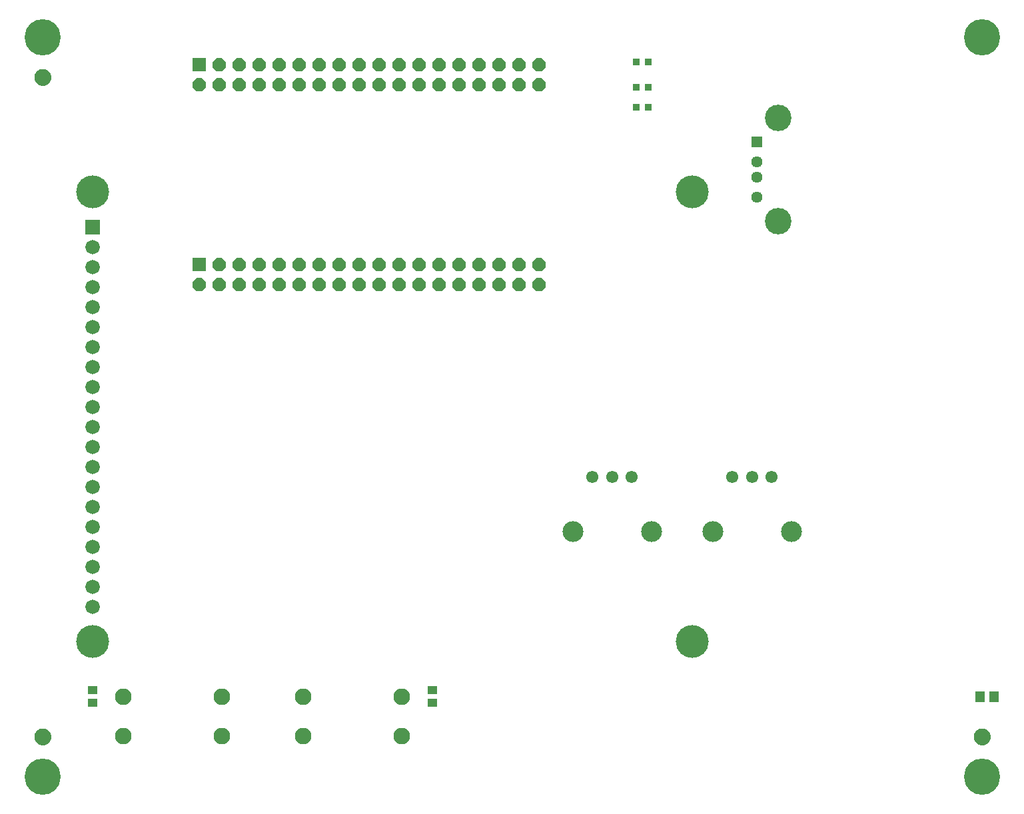
<source format=gbr>
G04 EAGLE Gerber RS-274X export*
G75*
%MOMM*%
%FSLAX34Y34*%
%LPD*%
%INSoldermask Top*%
%IPPOS*%
%AMOC8*
5,1,8,0,0,1.08239X$1,22.5*%
G01*
%ADD10R,1.676400X1.676400*%
%ADD11P,1.814519X8X22.500000*%
%ADD12R,0.952400X0.952400*%
%ADD13C,1.552400*%
%ADD14C,2.652400*%
%ADD15C,2.112400*%
%ADD16R,1.828800X1.828800*%
%ADD17C,1.828800*%
%ADD18C,4.168400*%
%ADD19R,1.183641X1.102359*%
%ADD20R,1.440400X1.440400*%
%ADD21C,1.440400*%
%ADD22C,3.372400*%
%ADD23C,4.597400*%
%ADD24C,0.609600*%
%ADD25C,1.168400*%
%ADD26R,1.295400X1.422400*%


D10*
X236900Y942600D03*
D11*
X236900Y917200D03*
X262300Y942600D03*
X262300Y917200D03*
X287700Y942600D03*
X287700Y917200D03*
X313100Y942600D03*
X313100Y917200D03*
X338500Y942600D03*
X338500Y917200D03*
X363900Y942600D03*
X363900Y917200D03*
X389300Y942600D03*
X389300Y917200D03*
X414700Y942600D03*
X414700Y917200D03*
X440100Y942600D03*
X440100Y917200D03*
X465500Y942600D03*
X465500Y917200D03*
X490900Y942600D03*
X490900Y917200D03*
X516300Y942600D03*
X516300Y917200D03*
X541700Y942600D03*
X541700Y917200D03*
X567100Y942600D03*
X567100Y917200D03*
X592500Y942600D03*
X592500Y917200D03*
X617900Y942600D03*
X617900Y917200D03*
X643300Y942600D03*
X643300Y917200D03*
X668700Y942600D03*
X668700Y917200D03*
D10*
X236900Y688600D03*
D11*
X236900Y663200D03*
X262300Y688600D03*
X262300Y663200D03*
X287700Y688600D03*
X287700Y663200D03*
X313100Y688600D03*
X313100Y663200D03*
X338500Y688600D03*
X338500Y663200D03*
X363900Y688600D03*
X363900Y663200D03*
X389300Y688600D03*
X389300Y663200D03*
X414700Y688600D03*
X414700Y663200D03*
X440100Y688600D03*
X440100Y663200D03*
X465500Y688600D03*
X465500Y663200D03*
X490900Y688600D03*
X490900Y663200D03*
X516300Y688600D03*
X516300Y663200D03*
X541700Y688600D03*
X541700Y663200D03*
X567100Y688600D03*
X567100Y663200D03*
X592500Y688600D03*
X592500Y663200D03*
X617900Y688600D03*
X617900Y663200D03*
X643300Y688600D03*
X643300Y663200D03*
X668700Y688600D03*
X668700Y663200D03*
D12*
X792600Y946150D03*
X807600Y946150D03*
X792600Y914400D03*
X807600Y914400D03*
X792600Y889000D03*
X807600Y889000D03*
D13*
X787000Y419100D03*
X762000Y419100D03*
X737000Y419100D03*
D14*
X812000Y349100D03*
X712000Y349100D03*
D13*
X914800Y419100D03*
X939800Y419100D03*
X964800Y419100D03*
D14*
X889800Y349100D03*
X989800Y349100D03*
D15*
X265700Y139300D03*
X265700Y89300D03*
X140700Y89300D03*
X140700Y139300D03*
X494300Y139300D03*
X494300Y89300D03*
X369300Y89300D03*
X369300Y139300D03*
D16*
X101600Y736600D03*
D17*
X101600Y711200D03*
X101600Y685800D03*
X101600Y660400D03*
X101600Y635000D03*
X101600Y609600D03*
X101600Y584200D03*
X101600Y558800D03*
X101600Y533400D03*
X101600Y508000D03*
X101600Y482600D03*
X101600Y457200D03*
X101600Y431800D03*
X101600Y406400D03*
X101600Y381000D03*
X101600Y355600D03*
X101600Y330200D03*
X101600Y304800D03*
X101600Y279400D03*
X101600Y254000D03*
D18*
X101600Y781050D03*
X101600Y209550D03*
X863600Y781050D03*
X863600Y209550D03*
D19*
X101600Y131699D03*
X101600Y147701D03*
X533400Y131699D03*
X533400Y147701D03*
D20*
X946150Y844550D03*
D21*
X946150Y819550D03*
X946150Y799550D03*
X946150Y774550D03*
D22*
X973250Y875250D03*
X973250Y743850D03*
D23*
X38100Y38100D03*
X38100Y977900D03*
D24*
X30480Y88900D02*
X30482Y89087D01*
X30489Y89274D01*
X30501Y89461D01*
X30517Y89647D01*
X30537Y89833D01*
X30562Y90018D01*
X30592Y90203D01*
X30626Y90387D01*
X30665Y90570D01*
X30708Y90752D01*
X30756Y90932D01*
X30808Y91112D01*
X30865Y91290D01*
X30925Y91467D01*
X30991Y91642D01*
X31060Y91816D01*
X31134Y91988D01*
X31212Y92158D01*
X31294Y92326D01*
X31380Y92492D01*
X31470Y92656D01*
X31564Y92817D01*
X31662Y92977D01*
X31764Y93133D01*
X31870Y93288D01*
X31980Y93439D01*
X32093Y93588D01*
X32210Y93734D01*
X32330Y93877D01*
X32454Y94017D01*
X32581Y94154D01*
X32712Y94288D01*
X32846Y94419D01*
X32983Y94546D01*
X33123Y94670D01*
X33266Y94790D01*
X33412Y94907D01*
X33561Y95020D01*
X33712Y95130D01*
X33867Y95236D01*
X34023Y95338D01*
X34183Y95436D01*
X34344Y95530D01*
X34508Y95620D01*
X34674Y95706D01*
X34842Y95788D01*
X35012Y95866D01*
X35184Y95940D01*
X35358Y96009D01*
X35533Y96075D01*
X35710Y96135D01*
X35888Y96192D01*
X36068Y96244D01*
X36248Y96292D01*
X36430Y96335D01*
X36613Y96374D01*
X36797Y96408D01*
X36982Y96438D01*
X37167Y96463D01*
X37353Y96483D01*
X37539Y96499D01*
X37726Y96511D01*
X37913Y96518D01*
X38100Y96520D01*
X38287Y96518D01*
X38474Y96511D01*
X38661Y96499D01*
X38847Y96483D01*
X39033Y96463D01*
X39218Y96438D01*
X39403Y96408D01*
X39587Y96374D01*
X39770Y96335D01*
X39952Y96292D01*
X40132Y96244D01*
X40312Y96192D01*
X40490Y96135D01*
X40667Y96075D01*
X40842Y96009D01*
X41016Y95940D01*
X41188Y95866D01*
X41358Y95788D01*
X41526Y95706D01*
X41692Y95620D01*
X41856Y95530D01*
X42017Y95436D01*
X42177Y95338D01*
X42333Y95236D01*
X42488Y95130D01*
X42639Y95020D01*
X42788Y94907D01*
X42934Y94790D01*
X43077Y94670D01*
X43217Y94546D01*
X43354Y94419D01*
X43488Y94288D01*
X43619Y94154D01*
X43746Y94017D01*
X43870Y93877D01*
X43990Y93734D01*
X44107Y93588D01*
X44220Y93439D01*
X44330Y93288D01*
X44436Y93133D01*
X44538Y92977D01*
X44636Y92817D01*
X44730Y92656D01*
X44820Y92492D01*
X44906Y92326D01*
X44988Y92158D01*
X45066Y91988D01*
X45140Y91816D01*
X45209Y91642D01*
X45275Y91467D01*
X45335Y91290D01*
X45392Y91112D01*
X45444Y90932D01*
X45492Y90752D01*
X45535Y90570D01*
X45574Y90387D01*
X45608Y90203D01*
X45638Y90018D01*
X45663Y89833D01*
X45683Y89647D01*
X45699Y89461D01*
X45711Y89274D01*
X45718Y89087D01*
X45720Y88900D01*
X45718Y88713D01*
X45711Y88526D01*
X45699Y88339D01*
X45683Y88153D01*
X45663Y87967D01*
X45638Y87782D01*
X45608Y87597D01*
X45574Y87413D01*
X45535Y87230D01*
X45492Y87048D01*
X45444Y86868D01*
X45392Y86688D01*
X45335Y86510D01*
X45275Y86333D01*
X45209Y86158D01*
X45140Y85984D01*
X45066Y85812D01*
X44988Y85642D01*
X44906Y85474D01*
X44820Y85308D01*
X44730Y85144D01*
X44636Y84983D01*
X44538Y84823D01*
X44436Y84667D01*
X44330Y84512D01*
X44220Y84361D01*
X44107Y84212D01*
X43990Y84066D01*
X43870Y83923D01*
X43746Y83783D01*
X43619Y83646D01*
X43488Y83512D01*
X43354Y83381D01*
X43217Y83254D01*
X43077Y83130D01*
X42934Y83010D01*
X42788Y82893D01*
X42639Y82780D01*
X42488Y82670D01*
X42333Y82564D01*
X42177Y82462D01*
X42017Y82364D01*
X41856Y82270D01*
X41692Y82180D01*
X41526Y82094D01*
X41358Y82012D01*
X41188Y81934D01*
X41016Y81860D01*
X40842Y81791D01*
X40667Y81725D01*
X40490Y81665D01*
X40312Y81608D01*
X40132Y81556D01*
X39952Y81508D01*
X39770Y81465D01*
X39587Y81426D01*
X39403Y81392D01*
X39218Y81362D01*
X39033Y81337D01*
X38847Y81317D01*
X38661Y81301D01*
X38474Y81289D01*
X38287Y81282D01*
X38100Y81280D01*
X37913Y81282D01*
X37726Y81289D01*
X37539Y81301D01*
X37353Y81317D01*
X37167Y81337D01*
X36982Y81362D01*
X36797Y81392D01*
X36613Y81426D01*
X36430Y81465D01*
X36248Y81508D01*
X36068Y81556D01*
X35888Y81608D01*
X35710Y81665D01*
X35533Y81725D01*
X35358Y81791D01*
X35184Y81860D01*
X35012Y81934D01*
X34842Y82012D01*
X34674Y82094D01*
X34508Y82180D01*
X34344Y82270D01*
X34183Y82364D01*
X34023Y82462D01*
X33867Y82564D01*
X33712Y82670D01*
X33561Y82780D01*
X33412Y82893D01*
X33266Y83010D01*
X33123Y83130D01*
X32983Y83254D01*
X32846Y83381D01*
X32712Y83512D01*
X32581Y83646D01*
X32454Y83783D01*
X32330Y83923D01*
X32210Y84066D01*
X32093Y84212D01*
X31980Y84361D01*
X31870Y84512D01*
X31764Y84667D01*
X31662Y84823D01*
X31564Y84983D01*
X31470Y85144D01*
X31380Y85308D01*
X31294Y85474D01*
X31212Y85642D01*
X31134Y85812D01*
X31060Y85984D01*
X30991Y86158D01*
X30925Y86333D01*
X30865Y86510D01*
X30808Y86688D01*
X30756Y86868D01*
X30708Y87048D01*
X30665Y87230D01*
X30626Y87413D01*
X30592Y87597D01*
X30562Y87782D01*
X30537Y87967D01*
X30517Y88153D01*
X30501Y88339D01*
X30489Y88526D01*
X30482Y88713D01*
X30480Y88900D01*
D25*
X38100Y88900D03*
D26*
X1229360Y139700D03*
X1247140Y139700D03*
D23*
X1231900Y977900D03*
X1231900Y38100D03*
D24*
X30480Y927100D02*
X30482Y927287D01*
X30489Y927474D01*
X30501Y927661D01*
X30517Y927847D01*
X30537Y928033D01*
X30562Y928218D01*
X30592Y928403D01*
X30626Y928587D01*
X30665Y928770D01*
X30708Y928952D01*
X30756Y929132D01*
X30808Y929312D01*
X30865Y929490D01*
X30925Y929667D01*
X30991Y929842D01*
X31060Y930016D01*
X31134Y930188D01*
X31212Y930358D01*
X31294Y930526D01*
X31380Y930692D01*
X31470Y930856D01*
X31564Y931017D01*
X31662Y931177D01*
X31764Y931333D01*
X31870Y931488D01*
X31980Y931639D01*
X32093Y931788D01*
X32210Y931934D01*
X32330Y932077D01*
X32454Y932217D01*
X32581Y932354D01*
X32712Y932488D01*
X32846Y932619D01*
X32983Y932746D01*
X33123Y932870D01*
X33266Y932990D01*
X33412Y933107D01*
X33561Y933220D01*
X33712Y933330D01*
X33867Y933436D01*
X34023Y933538D01*
X34183Y933636D01*
X34344Y933730D01*
X34508Y933820D01*
X34674Y933906D01*
X34842Y933988D01*
X35012Y934066D01*
X35184Y934140D01*
X35358Y934209D01*
X35533Y934275D01*
X35710Y934335D01*
X35888Y934392D01*
X36068Y934444D01*
X36248Y934492D01*
X36430Y934535D01*
X36613Y934574D01*
X36797Y934608D01*
X36982Y934638D01*
X37167Y934663D01*
X37353Y934683D01*
X37539Y934699D01*
X37726Y934711D01*
X37913Y934718D01*
X38100Y934720D01*
X38287Y934718D01*
X38474Y934711D01*
X38661Y934699D01*
X38847Y934683D01*
X39033Y934663D01*
X39218Y934638D01*
X39403Y934608D01*
X39587Y934574D01*
X39770Y934535D01*
X39952Y934492D01*
X40132Y934444D01*
X40312Y934392D01*
X40490Y934335D01*
X40667Y934275D01*
X40842Y934209D01*
X41016Y934140D01*
X41188Y934066D01*
X41358Y933988D01*
X41526Y933906D01*
X41692Y933820D01*
X41856Y933730D01*
X42017Y933636D01*
X42177Y933538D01*
X42333Y933436D01*
X42488Y933330D01*
X42639Y933220D01*
X42788Y933107D01*
X42934Y932990D01*
X43077Y932870D01*
X43217Y932746D01*
X43354Y932619D01*
X43488Y932488D01*
X43619Y932354D01*
X43746Y932217D01*
X43870Y932077D01*
X43990Y931934D01*
X44107Y931788D01*
X44220Y931639D01*
X44330Y931488D01*
X44436Y931333D01*
X44538Y931177D01*
X44636Y931017D01*
X44730Y930856D01*
X44820Y930692D01*
X44906Y930526D01*
X44988Y930358D01*
X45066Y930188D01*
X45140Y930016D01*
X45209Y929842D01*
X45275Y929667D01*
X45335Y929490D01*
X45392Y929312D01*
X45444Y929132D01*
X45492Y928952D01*
X45535Y928770D01*
X45574Y928587D01*
X45608Y928403D01*
X45638Y928218D01*
X45663Y928033D01*
X45683Y927847D01*
X45699Y927661D01*
X45711Y927474D01*
X45718Y927287D01*
X45720Y927100D01*
X45718Y926913D01*
X45711Y926726D01*
X45699Y926539D01*
X45683Y926353D01*
X45663Y926167D01*
X45638Y925982D01*
X45608Y925797D01*
X45574Y925613D01*
X45535Y925430D01*
X45492Y925248D01*
X45444Y925068D01*
X45392Y924888D01*
X45335Y924710D01*
X45275Y924533D01*
X45209Y924358D01*
X45140Y924184D01*
X45066Y924012D01*
X44988Y923842D01*
X44906Y923674D01*
X44820Y923508D01*
X44730Y923344D01*
X44636Y923183D01*
X44538Y923023D01*
X44436Y922867D01*
X44330Y922712D01*
X44220Y922561D01*
X44107Y922412D01*
X43990Y922266D01*
X43870Y922123D01*
X43746Y921983D01*
X43619Y921846D01*
X43488Y921712D01*
X43354Y921581D01*
X43217Y921454D01*
X43077Y921330D01*
X42934Y921210D01*
X42788Y921093D01*
X42639Y920980D01*
X42488Y920870D01*
X42333Y920764D01*
X42177Y920662D01*
X42017Y920564D01*
X41856Y920470D01*
X41692Y920380D01*
X41526Y920294D01*
X41358Y920212D01*
X41188Y920134D01*
X41016Y920060D01*
X40842Y919991D01*
X40667Y919925D01*
X40490Y919865D01*
X40312Y919808D01*
X40132Y919756D01*
X39952Y919708D01*
X39770Y919665D01*
X39587Y919626D01*
X39403Y919592D01*
X39218Y919562D01*
X39033Y919537D01*
X38847Y919517D01*
X38661Y919501D01*
X38474Y919489D01*
X38287Y919482D01*
X38100Y919480D01*
X37913Y919482D01*
X37726Y919489D01*
X37539Y919501D01*
X37353Y919517D01*
X37167Y919537D01*
X36982Y919562D01*
X36797Y919592D01*
X36613Y919626D01*
X36430Y919665D01*
X36248Y919708D01*
X36068Y919756D01*
X35888Y919808D01*
X35710Y919865D01*
X35533Y919925D01*
X35358Y919991D01*
X35184Y920060D01*
X35012Y920134D01*
X34842Y920212D01*
X34674Y920294D01*
X34508Y920380D01*
X34344Y920470D01*
X34183Y920564D01*
X34023Y920662D01*
X33867Y920764D01*
X33712Y920870D01*
X33561Y920980D01*
X33412Y921093D01*
X33266Y921210D01*
X33123Y921330D01*
X32983Y921454D01*
X32846Y921581D01*
X32712Y921712D01*
X32581Y921846D01*
X32454Y921983D01*
X32330Y922123D01*
X32210Y922266D01*
X32093Y922412D01*
X31980Y922561D01*
X31870Y922712D01*
X31764Y922867D01*
X31662Y923023D01*
X31564Y923183D01*
X31470Y923344D01*
X31380Y923508D01*
X31294Y923674D01*
X31212Y923842D01*
X31134Y924012D01*
X31060Y924184D01*
X30991Y924358D01*
X30925Y924533D01*
X30865Y924710D01*
X30808Y924888D01*
X30756Y925068D01*
X30708Y925248D01*
X30665Y925430D01*
X30626Y925613D01*
X30592Y925797D01*
X30562Y925982D01*
X30537Y926167D01*
X30517Y926353D01*
X30501Y926539D01*
X30489Y926726D01*
X30482Y926913D01*
X30480Y927100D01*
D25*
X38100Y927100D03*
D24*
X1224280Y88900D02*
X1224282Y89087D01*
X1224289Y89274D01*
X1224301Y89461D01*
X1224317Y89647D01*
X1224337Y89833D01*
X1224362Y90018D01*
X1224392Y90203D01*
X1224426Y90387D01*
X1224465Y90570D01*
X1224508Y90752D01*
X1224556Y90932D01*
X1224608Y91112D01*
X1224665Y91290D01*
X1224725Y91467D01*
X1224791Y91642D01*
X1224860Y91816D01*
X1224934Y91988D01*
X1225012Y92158D01*
X1225094Y92326D01*
X1225180Y92492D01*
X1225270Y92656D01*
X1225364Y92817D01*
X1225462Y92977D01*
X1225564Y93133D01*
X1225670Y93288D01*
X1225780Y93439D01*
X1225893Y93588D01*
X1226010Y93734D01*
X1226130Y93877D01*
X1226254Y94017D01*
X1226381Y94154D01*
X1226512Y94288D01*
X1226646Y94419D01*
X1226783Y94546D01*
X1226923Y94670D01*
X1227066Y94790D01*
X1227212Y94907D01*
X1227361Y95020D01*
X1227512Y95130D01*
X1227667Y95236D01*
X1227823Y95338D01*
X1227983Y95436D01*
X1228144Y95530D01*
X1228308Y95620D01*
X1228474Y95706D01*
X1228642Y95788D01*
X1228812Y95866D01*
X1228984Y95940D01*
X1229158Y96009D01*
X1229333Y96075D01*
X1229510Y96135D01*
X1229688Y96192D01*
X1229868Y96244D01*
X1230048Y96292D01*
X1230230Y96335D01*
X1230413Y96374D01*
X1230597Y96408D01*
X1230782Y96438D01*
X1230967Y96463D01*
X1231153Y96483D01*
X1231339Y96499D01*
X1231526Y96511D01*
X1231713Y96518D01*
X1231900Y96520D01*
X1232087Y96518D01*
X1232274Y96511D01*
X1232461Y96499D01*
X1232647Y96483D01*
X1232833Y96463D01*
X1233018Y96438D01*
X1233203Y96408D01*
X1233387Y96374D01*
X1233570Y96335D01*
X1233752Y96292D01*
X1233932Y96244D01*
X1234112Y96192D01*
X1234290Y96135D01*
X1234467Y96075D01*
X1234642Y96009D01*
X1234816Y95940D01*
X1234988Y95866D01*
X1235158Y95788D01*
X1235326Y95706D01*
X1235492Y95620D01*
X1235656Y95530D01*
X1235817Y95436D01*
X1235977Y95338D01*
X1236133Y95236D01*
X1236288Y95130D01*
X1236439Y95020D01*
X1236588Y94907D01*
X1236734Y94790D01*
X1236877Y94670D01*
X1237017Y94546D01*
X1237154Y94419D01*
X1237288Y94288D01*
X1237419Y94154D01*
X1237546Y94017D01*
X1237670Y93877D01*
X1237790Y93734D01*
X1237907Y93588D01*
X1238020Y93439D01*
X1238130Y93288D01*
X1238236Y93133D01*
X1238338Y92977D01*
X1238436Y92817D01*
X1238530Y92656D01*
X1238620Y92492D01*
X1238706Y92326D01*
X1238788Y92158D01*
X1238866Y91988D01*
X1238940Y91816D01*
X1239009Y91642D01*
X1239075Y91467D01*
X1239135Y91290D01*
X1239192Y91112D01*
X1239244Y90932D01*
X1239292Y90752D01*
X1239335Y90570D01*
X1239374Y90387D01*
X1239408Y90203D01*
X1239438Y90018D01*
X1239463Y89833D01*
X1239483Y89647D01*
X1239499Y89461D01*
X1239511Y89274D01*
X1239518Y89087D01*
X1239520Y88900D01*
X1239518Y88713D01*
X1239511Y88526D01*
X1239499Y88339D01*
X1239483Y88153D01*
X1239463Y87967D01*
X1239438Y87782D01*
X1239408Y87597D01*
X1239374Y87413D01*
X1239335Y87230D01*
X1239292Y87048D01*
X1239244Y86868D01*
X1239192Y86688D01*
X1239135Y86510D01*
X1239075Y86333D01*
X1239009Y86158D01*
X1238940Y85984D01*
X1238866Y85812D01*
X1238788Y85642D01*
X1238706Y85474D01*
X1238620Y85308D01*
X1238530Y85144D01*
X1238436Y84983D01*
X1238338Y84823D01*
X1238236Y84667D01*
X1238130Y84512D01*
X1238020Y84361D01*
X1237907Y84212D01*
X1237790Y84066D01*
X1237670Y83923D01*
X1237546Y83783D01*
X1237419Y83646D01*
X1237288Y83512D01*
X1237154Y83381D01*
X1237017Y83254D01*
X1236877Y83130D01*
X1236734Y83010D01*
X1236588Y82893D01*
X1236439Y82780D01*
X1236288Y82670D01*
X1236133Y82564D01*
X1235977Y82462D01*
X1235817Y82364D01*
X1235656Y82270D01*
X1235492Y82180D01*
X1235326Y82094D01*
X1235158Y82012D01*
X1234988Y81934D01*
X1234816Y81860D01*
X1234642Y81791D01*
X1234467Y81725D01*
X1234290Y81665D01*
X1234112Y81608D01*
X1233932Y81556D01*
X1233752Y81508D01*
X1233570Y81465D01*
X1233387Y81426D01*
X1233203Y81392D01*
X1233018Y81362D01*
X1232833Y81337D01*
X1232647Y81317D01*
X1232461Y81301D01*
X1232274Y81289D01*
X1232087Y81282D01*
X1231900Y81280D01*
X1231713Y81282D01*
X1231526Y81289D01*
X1231339Y81301D01*
X1231153Y81317D01*
X1230967Y81337D01*
X1230782Y81362D01*
X1230597Y81392D01*
X1230413Y81426D01*
X1230230Y81465D01*
X1230048Y81508D01*
X1229868Y81556D01*
X1229688Y81608D01*
X1229510Y81665D01*
X1229333Y81725D01*
X1229158Y81791D01*
X1228984Y81860D01*
X1228812Y81934D01*
X1228642Y82012D01*
X1228474Y82094D01*
X1228308Y82180D01*
X1228144Y82270D01*
X1227983Y82364D01*
X1227823Y82462D01*
X1227667Y82564D01*
X1227512Y82670D01*
X1227361Y82780D01*
X1227212Y82893D01*
X1227066Y83010D01*
X1226923Y83130D01*
X1226783Y83254D01*
X1226646Y83381D01*
X1226512Y83512D01*
X1226381Y83646D01*
X1226254Y83783D01*
X1226130Y83923D01*
X1226010Y84066D01*
X1225893Y84212D01*
X1225780Y84361D01*
X1225670Y84512D01*
X1225564Y84667D01*
X1225462Y84823D01*
X1225364Y84983D01*
X1225270Y85144D01*
X1225180Y85308D01*
X1225094Y85474D01*
X1225012Y85642D01*
X1224934Y85812D01*
X1224860Y85984D01*
X1224791Y86158D01*
X1224725Y86333D01*
X1224665Y86510D01*
X1224608Y86688D01*
X1224556Y86868D01*
X1224508Y87048D01*
X1224465Y87230D01*
X1224426Y87413D01*
X1224392Y87597D01*
X1224362Y87782D01*
X1224337Y87967D01*
X1224317Y88153D01*
X1224301Y88339D01*
X1224289Y88526D01*
X1224282Y88713D01*
X1224280Y88900D01*
D25*
X1231900Y88900D03*
M02*

</source>
